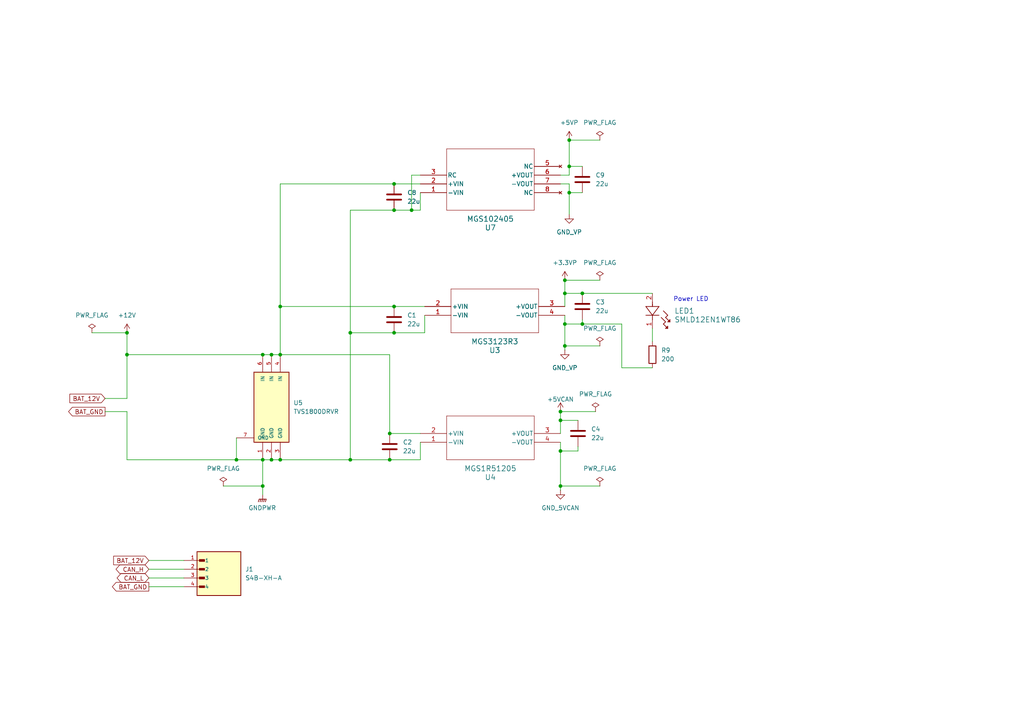
<source format=kicad_sch>
(kicad_sch (version 20250114) (generator "eeschema") (generator_version "9.0")
  (paper "A4")
  (title_block (title "CAN Isolation_Power Board") (date "2025-09-09") (rev "Ver.1.0") (company "ISHI-Kai"))
  (lib_symbols
    (symbol "Device:C" (pin_numbers (hide yes)) (pin_names (offset 0.254))
      (property "Reference" "C" (at 0.635 2.54 0))
      (property "Value" "C" (at 0.635 -2.54 0))
      (symbol "C_0_1"
        (polyline (pts (xy -2.032 0.762) (xy 2.032 0.762)) (stroke (width 0.508)))
        (polyline (pts (xy -2.032 -0.762) (xy 2.032 -0.762)) (stroke (width 0.508)))
      )
      (symbol "C_1_1"
        (pin passive line (at 0 3.81 270) (length 2.794) (name "~") (number "1"))
        (pin passive line (at 0 -3.81 90) (length 2.794) (name "~") (number "2"))
      )
    )
    (symbol "Device:R" (pin_numbers (hide yes)) (pin_names (offset 0))
      (property "Reference" "R" (at 2.032 0 90))
      (property "Value" "R" (at 0 0 90))
      (symbol "R_0_1"
        (rectangle (start -1.016 -2.54) (end 1.016 2.54) (stroke (width 0.254)))
      )
      (symbol "R_1_1"
        (pin passive line (at 0 3.81 270) (length 1.27) (name "~") (number "1"))
        (pin passive line (at 0 -3.81 90) (length 1.27) (name "~") (number "2"))
      )
    )
    (symbol "MGS102405:MGS102405" (pin_names (offset 0.254))
      (property "Reference" "U" (at 20.32 10.16 0))
      (property "Value" "MGS102405" (at 20.32 7.62 0))
      (symbol "MGS102405_0_1"
        (polyline (pts (xy 7.62 5.08) (xy 7.62 -12.7)) (stroke (width 0.127)))
        (polyline (pts (xy 7.62 -12.7) (xy 33.02 -12.7)) (stroke (width 0.127)))
        (polyline (pts (xy 33.02 5.08) (xy 7.62 5.08)) (stroke (width 0.127)))
        (polyline (pts (xy 33.02 -12.7) (xy 33.02 5.08)) (stroke (width 0.127)))
        (pin power_in line (at 0 0 0) (length 7.62) (name "-VIN") (number "1"))
        (pin power_in line (at 0 -2.54 0) (length 7.62) (name "+VIN") (number "2"))
        (pin unspecified line (at 0 -5.08 0) (length 7.62) (name "RC") (number "3"))
        (pin no_connect line (at 40.64 0 180) (length 7.62) (name "NC") (number "8"))
        (pin output line (at 40.64 -2.54 180) (length 7.62) (name "-VOUT") (number "7"))
        (pin output line (at 40.64 -5.08 180) (length 7.62) (name "+VOUT") (number "6"))
        (pin no_connect line (at 40.64 -7.62 180) (length 7.62) (name "NC") (number "5"))
      )
    )
    (symbol "MGS3_COS:MGS3123R3" (pin_names (offset 0.254))
      (property "Reference" "U" (at 20.32 10.16 0))
      (property "Value" "MGS3123R3" (at 20.32 7.62 0))
      (symbol "MGS3123R3_0_1"
        (polyline (pts (xy 7.62 5.08) (xy 7.62 -7.62)) (stroke (width 0.127)))
        (polyline (pts (xy 7.62 -7.62) (xy 33.02 -7.62)) (stroke (width 0.127)))
        (polyline (pts (xy 33.02 5.08) (xy 7.62 5.08)) (stroke (width 0.127)))
        (polyline (pts (xy 33.02 -7.62) (xy 33.02 5.08)) (stroke (width 0.127)))
        (pin power_in line (at 0 0 0) (length 7.62) (name "-VIN") (number "1"))
        (pin power_in line (at 0 -2.54 0) (length 7.62) (name "+VIN") (number "2"))
        (pin output line (at 40.64 0 180) (length 7.62) (name "-VOUT") (number "4"))
        (pin output line (at 40.64 -2.54 180) (length 7.62) (name "+VOUT") (number "3"))
      )
    )
    (symbol "S4B-XH-A:S4B-XH-A" (pin_names (offset 1.016))
      (property "Reference" "J" (at -6.85 7.62 0))
      (property "Value" "S4B-XH-A" (at -6.35 -7.62 0))
      (symbol "S4B-XH-A_0_0"
        (rectangle (start -6.35 -5.08) (end 6.35 7.62) (stroke (width 0.254)) (fill (type background)))
        (rectangle (start -5.715 4.7625) (end -4.1275 5.3975) (stroke (width 0.1)) (fill (type outline)))
        (rectangle (start -5.715 2.2225) (end -4.1275 2.8575) (stroke (width 0.1)) (fill (type outline)))
        (rectangle (start -5.715 -0.3175) (end -4.1275 0.3175) (stroke (width 0.1)) (fill (type outline)))
        (rectangle (start -5.715 -2.8575) (end -4.1275 -2.2225) (stroke (width 0.1)) (fill (type outline)))
        (pin passive line (at -10.16 5.08 0) (length 5.08) (name "1") (number "1"))
        (pin passive line (at -10.16 2.54 0) (length 5.08) (name "2") (number "2"))
        (pin passive line (at -10.16 0 0) (length 5.08) (name "3") (number "3"))
        (pin passive line (at -10.16 -2.54 0) (length 5.08) (name "4") (number "4"))
      )
    )
    (symbol "SMLD12EN1WT86:SMLD12EN1WT86" (pin_names (offset 0.254))
      (property "Reference" "R" (at 5.08 -4.445 0))
      (property "Value" "SMLD12EN1WT86" (at 5.08 -7.62 0))
      (symbol "SMLD12EN1WT86_1_1"
        (polyline (pts (xy 2.54 0) (xy 3.4798 0)) (stroke (width 0.2032)))
        (polyline (pts (xy 3.175 0) (xy 3.81 0)) (stroke (width 0.2032)))
        (polyline (pts (xy 3.81 1.905) (xy 3.81 -1.905)) (stroke (width 0.2032)))
        (polyline (pts (xy 3.81 -1.905) (xy 6.35 0)) (stroke (width 0.2032)))
        (polyline (pts (xy 5.08 3.175) (xy 6.35 4.445)) (stroke (width 0.2032)))
        (polyline (pts (xy 6.35 4.445) (xy 6.985 3.81)) (stroke (width 0.2032)))
        (polyline (pts (xy 6.35 0) (xy 3.81 1.905)) (stroke (width 0.2032)))
        (polyline (pts (xy 6.35 0) (xy 7.62 0)) (stroke (width 0.2032)))
        (polyline (pts (xy 6.35 -1.905) (xy 6.35 1.905)) (stroke (width 0.2032)))
        (polyline (pts (xy 6.985 3.81) (xy 8.255 5.08)) (stroke (width 0.2032)))
        (polyline (pts (xy 6.985 2.54) (xy 8.255 3.81)) (stroke (width 0.2032)))
        (polyline (pts (xy 7.62 5.08) (xy 8.255 4.445)) (stroke (width 0.2032)))
        (polyline (pts (xy 8.255 5.08) (xy 7.62 5.08)) (stroke (width 0.2032)))
        (polyline (pts (xy 8.255 4.445) (xy 8.255 5.08)) (stroke (width 0.2032)))
        (polyline (pts (xy 8.255 3.81) (xy 8.89 3.175)) (stroke (width 0.2032)))
        (polyline (pts (xy 8.89 3.175) (xy 10.16 4.445)) (stroke (width 0.2032)))
        (polyline (pts (xy 9.525 4.445) (xy 10.16 3.81)) (stroke (width 0.2032)))
        (polyline (pts (xy 10.16 4.445) (xy 9.525 4.445)) (stroke (width 0.2032)))
        (polyline (pts (xy 10.16 3.81) (xy 10.16 4.445)) (stroke (width 0.2032)))
        (pin unspecified line (at 0 0 0) (length 2.54) (name "") (number "2"))
        (pin unspecified line (at 10.16 0 180) (length 2.54) (name "") (number "1"))
      )
      (symbol "SMLD12EN1WT86_1_2"
        (polyline (pts (xy -5.08 8.255) (xy -5.08 7.62)) (stroke (width 0.2032)))
        (polyline (pts (xy -5.08 7.62) (xy -4.445 8.255)) (stroke (width 0.2032)))
        (polyline (pts (xy -4.445 10.16) (xy -4.445 9.525)) (stroke (width 0.2032)))
        (polyline (pts (xy -4.445 9.525) (xy -3.81 10.16)) (stroke (width 0.2032)))
        (polyline (pts (xy -4.445 8.255) (xy -5.08 8.255)) (stroke (width 0.2032)))
        (polyline (pts (xy -4.445 6.35) (xy -3.81 6.985)) (stroke (width 0.2032)))
        (polyline (pts (xy -3.81 10.16) (xy -4.445 10.16)) (stroke (width 0.2032)))
        (polyline (pts (xy -3.81 8.255) (xy -3.175 8.89)) (stroke (width 0.2032)))
        (polyline (pts (xy -3.81 6.985) (xy -5.08 8.255)) (stroke (width 0.2032)))
        (polyline (pts (xy -3.175 8.89) (xy -4.445 10.16)) (stroke (width 0.2032)))
        (polyline (pts (xy -3.175 5.08) (xy -4.445 6.35)) (stroke (width 0.2032)))
        (polyline (pts (xy -2.54 6.985) (xy -3.81 8.255)) (stroke (width 0.2032)))
        (polyline (pts (xy -1.905 3.81) (xy 1.905 3.81)) (stroke (width 0.2032)))
        (polyline (pts (xy 0 6.35) (xy -1.905 3.81)) (stroke (width 0.2032)))
        (polyline (pts (xy 0 6.35) (xy 0 7.62)) (stroke (width 0.2032)))
        (polyline (pts (xy 0 3.175) (xy 0 3.81)) (stroke (width 0.2032)))
        (polyline (pts (xy 0 2.54) (xy 0 3.4798)) (stroke (width 0.2032)))
        (polyline (pts (xy 1.905 6.35) (xy -1.905 6.35)) (stroke (width 0.2032)))
        (polyline (pts (xy 1.905 3.81) (xy 0 6.35)) (stroke (width 0.2032)))
        (pin unspecified line (at 0 10.16 270) (length 2.54) (name "") (number "1"))
        (pin unspecified line (at 0 0 90) (length 2.54) (name "") (number "2"))
      )
    )
    (symbol "TVS3300DRVR:TVS3300DRVR" (pin_names (offset 1.016))
      (property "Reference" "U5" (at -1.2701 6.35 90))
      (property "Value" "TVS3300DRVR" (at 1.2699 6.35 90))
      (symbol "TVS3300DRVR_0_0"
        (rectangle (start -10.16 -5.08) (end 10.16 5.08) (stroke (width 0.254)) (fill (type background)))
        (pin input line (at -15.24 2.54 0) (length 5.08) (name "IN") (number "4"))
        (pin power_in line (at 15.24 -2.54 180) (length 5.08) (name "GND") (number "1"))
      )
      (symbol "TVS3300DRVR_1_0"
        (pin input line (at -15.24 0 0) (length 5.08) (name "IN") (number "5"))
        (pin input line (at -15.24 -2.54 0) (length 5.08) (name "IN") (number "6"))
        (pin power_in line (at 8.89 -10.16 90) (length 5.08) (name "GND") (number "7"))
        (pin power_in line (at 15.24 2.54 180) (length 5.08) (name "GND") (number "3"))
        (pin power_in line (at 15.24 0 180) (length 5.08) (name "GND") (number "2"))
      )
    )
    (symbol "power:+12V" (power) (pin_numbers (hide yes)) (pin_names (offset 0) (hide yes))
      (property "Value" "+12V" (at 0 3.556 0))
      (symbol "+12V_0_1"
        (polyline (pts (xy -0.762 1.27) (xy 0 2.54)))
        (polyline (pts (xy 0 2.54) (xy 0.762 1.27)))
        (polyline (pts (xy 0 0) (xy 0 2.54)))
      )
      (symbol "+12V_1_1"
        (pin power_in line (at 0 0 90) (length 0) (name "~") (number "1"))
      )
    )
    (symbol "power:+3.3VP" (power) (pin_numbers (hide yes)) (pin_names (offset 0) (hide yes))
      (property "Value" "+3.3VP" (at 0 3.556 0))
      (symbol "+3.3VP_0_0"
        (pin power_in line (at 0 0 90) (length 0) (name "~") (number "1"))
      )
      (symbol "+3.3VP_0_1"
        (polyline (pts (xy -0.762 1.27) (xy 0 2.54)))
        (polyline (pts (xy 0 2.54) (xy 0.762 1.27)))
        (polyline (pts (xy 0 0) (xy 0 2.54)))
      )
    )
    (symbol "power:+5C" (power) (pin_numbers (hide yes)) (pin_names (offset 0) (hide yes))
      (property "Value" "+5C" (at 0 3.556 0))
      (symbol "+5C_0_1"
        (polyline (pts (xy -0.762 1.27) (xy 0 2.54)))
        (polyline (pts (xy 0 2.54) (xy 0.762 1.27)))
        (polyline (pts (xy 0 0) (xy 0 2.54)))
      )
      (symbol "+5C_1_1"
        (pin power_in line (at 0 0 90) (length 0) (name "~") (number "1"))
      )
    )
    (symbol "power:+5VP" (power) (pin_numbers (hide yes)) (pin_names (offset 0) (hide yes))
      (property "Value" "+5VP" (at 0 3.556 0))
      (symbol "+5VP_0_1"
        (polyline (pts (xy -0.762 1.27) (xy 0 2.54)))
        (polyline (pts (xy 0 2.54) (xy 0.762 1.27)))
        (polyline (pts (xy 0 0) (xy 0 2.54)))
      )
      (symbol "+5VP_1_1"
        (pin power_in line (at 0 0 90) (length 0) (name "~") (number "1"))
      )
    )
    (symbol "power:GND1" (power) (pin_numbers (hide yes)) (pin_names (offset 0) (hide yes))
      (property "Value" "GND1" (at 0 -3.81 0))
      (symbol "GND1_0_1"
        (polyline (pts (xy 0 0) (xy 0 -1.27) (xy 1.27 -1.27) (xy 0 -2.54) (xy -1.27 -1.27) (xy 0 -1.27)))
      )
      (symbol "GND1_1_1"
        (pin power_in line (at 0 0 270) (length 0) (name "~") (number "1"))
      )
    )
    (symbol "power:GND2" (power) (pin_numbers (hide yes)) (pin_names (offset 0) (hide yes))
      (property "Value" "GND2" (at 0 -3.81 0))
      (symbol "GND2_0_1"
        (polyline (pts (xy 0 0) (xy 0 -1.27) (xy 1.27 -1.27) (xy 0 -2.54) (xy -1.27 -1.27) (xy 0 -1.27)))
      )
      (symbol "GND2_1_1"
        (pin power_in line (at 0 0 270) (length 0) (name "~") (number "1"))
      )
    )
    (symbol "power:GNDPWR" (power) (pin_numbers (hide yes)) (pin_names (offset 0) (hide yes))
      (property "Value" "GNDPWR" (at 0 -3.302 0))
      (symbol "GNDPWR_0_1"
        (polyline (pts (xy -1.016 -1.27) (xy -1.27 -2.032) (xy -1.27 -2.032)) (stroke (width 0.2032)))
        (polyline (pts (xy -0.508 -1.27) (xy -0.762 -2.032) (xy -0.762 -2.032)) (stroke (width 0.2032)))
        (polyline (pts (xy 0 -1.27) (xy 0 0)))
        (polyline (pts (xy 0 -1.27) (xy -0.254 -2.032) (xy -0.254 -2.032)) (stroke (width 0.2032)))
        (polyline (pts (xy 0.508 -1.27) (xy 0.254 -2.032) (xy 0.254 -2.032)) (stroke (width 0.2032)))
        (polyline (pts (xy 1.016 -1.27) (xy -1.016 -1.27) (xy -1.016 -1.27)) (stroke (width 0.2032)))
        (polyline (pts (xy 1.016 -1.27) (xy 0.762 -2.032) (xy 0.762 -2.032) (xy 0.762 -2.032)) (stroke (width 0.2032)))
      )
      (symbol "GNDPWR_1_1"
        (pin power_in line (at 0 0 270) (length 0) (name "~") (number "1"))
      )
    )
    (symbol "power:PWR_FLAG" (power) (pin_numbers (hide yes)) (pin_names (offset 0) (hide yes))
      (property "Value" "PWR_FLAG" (at 0 3.81 0))
      (symbol "PWR_FLAG_0_0"
        (pin power_out line (at 0 0 90) (length 0) (name "~") (number "1"))
      )
      (symbol "PWR_FLAG_0_1"
        (polyline (pts (xy 0 0) (xy 0 1.27) (xy -1.016 1.905) (xy 0 2.54) (xy 1.016 1.905) (xy 0 1.27)))
      )
    )
  )
  (text "Power LED" (at 200.406 86.868 0) (effects (font (size 1.27 1.27))))
  (junction (at 101.6 133.35))
  (junction (at 168.91 93.98))
  (junction (at 162.56 121.92))
  (junction (at 81.28 133.35))
  (junction (at 165.1 55.88))
  (junction (at 162.56 119.38))
  (junction (at 163.83 81.28))
  (junction (at 168.91 85.09))
  (junction (at 114.3 60.96))
  (junction (at 68.58 133.35))
  (junction (at 163.83 85.09))
  (junction (at 165.1 48.26))
  (junction (at 101.6 96.52))
  (junction (at 114.3 88.9))
  (junction (at 165.1 40.64))
  (junction (at 119.38 60.96))
  (junction (at 114.3 96.52))
  (junction (at 36.83 102.87))
  (junction (at 113.03 133.35))
  (junction (at 76.2 102.87))
  (junction (at 163.83 93.98))
  (junction (at 78.74 133.35))
  (junction (at 76.2 133.35))
  (junction (at 162.56 140.97))
  (junction (at 81.28 102.87))
  (junction (at 81.28 88.9))
  (junction (at 78.74 102.87))
  (junction (at 162.56 130.81))
  (junction (at 163.83 100.33))
  (junction (at 114.3 53.34))
  (junction (at 36.83 96.52))
  (junction (at 113.03 125.73))
  (junction (at 76.2 140.97))
  (wire (pts (xy 123.19 96.52) (xy 114.3 96.52)))
  (wire (pts (xy 119.38 50.8) (xy 119.38 60.96)))
  (wire (pts (xy 162.56 128.27) (xy 162.56 130.81)))
  (wire (pts (xy 76.2 102.87) (xy 78.74 102.87)))
  (wire (pts (xy 121.92 50.8) (xy 119.38 50.8)))
  (wire (pts (xy 165.1 55.88) (xy 165.1 62.23)))
  (wire (pts (xy 121.92 60.96) (xy 119.38 60.96)))
  (wire (pts (xy 165.1 55.88) (xy 168.91 55.88)))
  (wire (pts (xy 113.03 125.73) (xy 121.92 125.73)))
  (wire (pts (xy 163.83 100.33) (xy 173.99 100.33)))
  (wire (pts (xy 168.91 85.09) (xy 189.23 85.09)))
  (wire (pts (xy 81.28 88.9) (xy 81.28 102.87)))
  (wire (pts (xy 168.91 92.71) (xy 168.91 93.98)))
  (wire (pts (xy 101.6 96.52) (xy 101.6 133.35)))
  (wire (pts (xy 30.48 115.57) (xy 36.83 115.57)))
  (wire (pts (xy 114.3 88.9) (xy 123.19 88.9)))
  (wire (pts (xy 78.74 133.35) (xy 81.28 133.35)))
  (wire (pts (xy 43.18 167.64) (xy 53.34 167.64)))
  (wire (pts (xy 162.56 140.97) (xy 173.99 140.97)))
  (wire (pts (xy 36.83 115.57) (xy 36.83 102.87)))
  (wire (pts (xy 36.83 102.87) (xy 76.2 102.87)))
  (wire (pts (xy 119.38 60.96) (xy 114.3 60.96)))
  (wire (pts (xy 68.58 133.35) (xy 76.2 133.35)))
  (wire (pts (xy 114.3 88.9) (xy 81.28 88.9)))
  (wire (pts (xy 101.6 133.35) (xy 113.03 133.35)))
  (wire (pts (xy 36.83 96.52) (xy 36.83 102.87)))
  (wire (pts (xy 163.83 91.44) (xy 163.83 93.98)))
  (wire (pts (xy 165.1 48.26) (xy 168.91 48.26)))
  (wire (pts (xy 163.83 93.98) (xy 163.83 100.33)))
  (wire (pts (xy 121.92 128.27) (xy 121.92 133.35)))
  (wire (pts (xy 81.28 133.35) (xy 101.6 133.35)))
  (wire (pts (xy 162.56 130.81) (xy 167.64 130.81)))
  (wire (pts (xy 76.2 133.35) (xy 78.74 133.35)))
  (wire (pts (xy 180.34 93.98) (xy 168.91 93.98)))
  (wire (pts (xy 121.92 133.35) (xy 113.03 133.35)))
  (wire (pts (xy 162.56 125.73) (xy 162.56 121.92)))
  (wire (pts (xy 64.77 140.97) (xy 76.2 140.97)))
  (wire (pts (xy 162.56 130.81) (xy 162.56 140.97)))
  (wire (pts (xy 162.56 53.34) (xy 165.1 53.34)))
  (wire (pts (xy 113.03 102.87) (xy 113.03 125.73)))
  (wire (pts (xy 43.18 170.18) (xy 53.34 170.18)))
  (wire (pts (xy 76.2 140.97) (xy 76.2 143.51)))
  (wire (pts (xy 76.2 133.35) (xy 76.2 140.97)))
  (wire (pts (xy 43.18 162.56) (xy 53.34 162.56)))
  (wire (pts (xy 163.83 101.6) (xy 163.83 100.33)))
  (wire (pts (xy 78.74 102.87) (xy 81.28 102.87)))
  (wire (pts (xy 113.03 102.87) (xy 81.28 102.87)))
  (wire (pts (xy 180.34 106.68) (xy 180.34 93.98)))
  (wire (pts (xy 162.56 50.8) (xy 165.1 50.8)))
  (wire (pts (xy 123.19 91.44) (xy 123.19 96.52)))
  (wire (pts (xy 81.28 53.34) (xy 114.3 53.34)))
  (wire (pts (xy 165.1 40.64) (xy 173.99 40.64)))
  (wire (pts (xy 162.56 121.92) (xy 167.64 121.92)))
  (wire (pts (xy 165.1 53.34) (xy 165.1 55.88)))
  (wire (pts (xy 162.56 119.38) (xy 162.56 121.92)))
  (wire (pts (xy 189.23 106.68) (xy 180.34 106.68)))
  (wire (pts (xy 165.1 40.64) (xy 165.1 48.26)))
  (wire (pts (xy 189.23 95.25) (xy 189.23 99.06)))
  (wire (pts (xy 101.6 60.96) (xy 114.3 60.96)))
  (wire (pts (xy 163.83 93.98) (xy 168.91 93.98)))
  (wire (pts (xy 163.83 81.28) (xy 163.83 85.09)))
  (wire (pts (xy 36.83 119.38) (xy 36.83 133.35)))
  (wire (pts (xy 101.6 96.52) (xy 114.3 96.52)))
  (wire (pts (xy 36.83 133.35) (xy 68.58 133.35)))
  (wire (pts (xy 101.6 60.96) (xy 101.6 96.52)))
  (wire (pts (xy 163.83 85.09) (xy 168.91 85.09)))
  (wire (pts (xy 81.28 53.34) (xy 81.28 88.9)))
  (wire (pts (xy 162.56 140.97) (xy 162.56 142.24)))
  (wire (pts (xy 43.18 165.1) (xy 53.34 165.1)))
  (wire (pts (xy 114.3 53.34) (xy 121.92 53.34)))
  (wire (pts (xy 68.58 127) (xy 68.58 133.35)))
  (wire (pts (xy 167.64 129.54) (xy 167.64 130.81)))
  (wire (pts (xy 165.1 50.8) (xy 165.1 48.26)))
  (wire (pts (xy 163.83 88.9) (xy 163.83 85.09)))
  (wire (pts (xy 26.67 96.52) (xy 36.83 96.52)))
  (wire (pts (xy 163.83 81.28) (xy 173.99 81.28)))
  (wire (pts (xy 162.56 119.38) (xy 172.72 119.38)))
  (wire (pts (xy 121.92 55.88) (xy 121.92 60.96)))
  (wire (pts (xy 30.48 119.38) (xy 36.83 119.38)))
  (global_label "CAN_H" (shape bidirectional) (at 43.18 165.1 180) (property "Intersheetrefs" "${INTERSHEET_REFS}" (effects (hide yes))))
  (global_label "BAT_GND" (shape output) (at 43.18 170.18 180) (property "Intersheetrefs" "${INTERSHEET_REFS}" (effects (hide yes))))
  (global_label "CAN_L" (shape bidirectional) (at 43.18 167.64 180) (property "Intersheetrefs" "${INTERSHEET_REFS}" (effects (hide yes))))
  (global_label "BAT_12V" (shape input) (at 30.48 115.57 180) (property "Intersheetrefs" "${INTERSHEET_REFS}" (effects (hide yes))))
  (global_label "BAT_12V" (shape input) (at 43.18 162.56 180) (property "Intersheetrefs" "${INTERSHEET_REFS}" (effects (hide yes))))
  (global_label "BAT_GND" (shape output) (at 30.48 119.38 180) (property "Intersheetrefs" "${INTERSHEET_REFS}" (effects (hide yes))))
  (symbol (lib_id "power:PWR_FLAG") (at 172.72 119.38 0) (unit 1)
    (property "Reference" "#FLG03" (effects (hide yes)))
    (property "Value" "PWR_FLAG" (at 172.72 114.3 0))
    (property "Description" "Special symbol for telling ERC where power comes from" (effects (hide yes)))
  )
  (symbol (lib_id "power:GND2") (at 162.56 142.24 0) (unit 1)
    (property "Reference" "#PWR09" (effects (hide yes)))
    (property "Value" "GND_5VCAN" (at 162.56 147.32 0))
    (property "Description" "Power symbol creates a global label with name \"GND2\" , ground" (effects (hide yes)))
  )
  (symbol (lib_id "power:GND1") (at 165.1 62.23 0) (unit 1)
    (property "Reference" "#PWR019" (effects (hide yes)))
    (property "Value" "GND_VP" (at 165.1 67.31 0))
    (property "Description" "Power symbol creates a global label with name \"GND1\" , ground" (effects (hide yes)))
  )
  (symbol (lib_id "MGS102405:MGS102405") (at 121.92 55.88 0) (mirror x) (unit 1)
    (property "Reference" "U7" (at 142.24 66.04 0) (effects (font (size 1.524 1.524))))
    (property "Value" "MGS102405" (at 142.24 63.5 0) (effects (font (size 1.524 1.524))))
    (property "Footprint" "CAN_Isolation:SIP7_MGS10_COS" (effects (hide yes)))
    (property "Datasheet" "MGS102405" (effects (hide yes)))
  )
  (symbol (lib_id "power:PWR_FLAG") (at 64.77 140.97 0) (unit 1)
    (property "Reference" "#FLG05" (effects (hide yes)))
    (property "Value" "PWR_FLAG" (at 64.77 135.89 0))
    (property "Description" "Special symbol for telling ERC where power comes from" (effects (hide yes)))
  )
  (symbol (lib_id "power:+3.3VP") (at 163.83 81.28 0) (unit 1)
    (property "Reference" "#PWR05" (effects (hide yes)))
    (property "Value" "+3.3VP" (at 163.83 76.2 0))
    (property "Description" "Power symbol creates a global label with name \"+3.3VP\"" (effects (hide yes)))
  )
  (symbol (lib_id "SMLD12EN1WT86:SMLD12EN1WT86") (at 189.23 85.09 270) (unit 1)
    (property "Reference" "LED1" (at 195.58 90.1699 90) (effects (font (size 1.524 1.524)) (justify left)))
    (property "Value" "SMLD12EN1WT86" (at 195.58 92.7099 90) (effects (font (size 1.524 1.524)) (justify left)))
    (property "Footprint" "CAN_Isolation:SMLD12EN1WT86" (effects (hide yes)))
    (property "Datasheet" "SMLD12EN1WT86" (effects (hide yes)))
  )
  (symbol (lib_id "MGS3_COS:MGS3123R3") (at 123.19 91.44 0) (mirror x) (unit 1)
    (property "Reference" "U3" (at 143.51 101.6 0) (effects (font (size 1.524 1.524))))
    (property "Value" "MGS3123R3" (at 143.51 99.06 0) (effects (font (size 1.524 1.524))))
    (property "Footprint" "CAN_Isolation:MGS3_COS" (effects (hide yes)))
    (property "Datasheet" "MGS3123R3" (effects (hide yes)))
  )
  (symbol (lib_id "Device:C") (at 168.91 88.9 0) (unit 1)
    (property "Reference" "C3" (at 172.72 87.6299 0) (effects (justify left)))
    (property "Value" "22u" (at 172.72 90.1699 0) (effects (justify left)))
    (property "Footprint" "Capacitor_SMD:C_1210_3225Metric" (effects (hide yes)))
    (property "Description" "Unpolarized capacitor" (effects (hide yes)))
  )
  (symbol (lib_id "TVS3300DRVR:TVS3300DRVR") (at 78.74 118.11 270) (unit 1)
    (property "Reference" "U5" (at 85.09 116.8399 90) (effects (justify left)))
    (property "Value" "TVS1800DRVR" (at 85.09 119.3799 90) (effects (justify left)))
    (property "Footprint" "CAN_Isolation:SON65P200X200X80-7N" (effects (hide yes)))
    (property "PARTREV" "C" (effects (hide yes)))
    (property "MANUFACTURER" "Texas Instruments" (effects (hide yes)))
    (property "MAXIMUM_PACKAGE_HEIGHT" "0.8 mm" (effects (hide yes)))
    (property "STANDARD" "IPC 7351B" (effects (hide yes)))
  )
  (symbol (lib_id "power:GNDPWR") (at 76.2 143.51 0) (unit 1)
    (property "Reference" "#PWR07" (effects (hide yes)))
    (property "Value" "GNDPWR" (at 76.073 147.32 0))
    (property "Description" "Power symbol creates a global label with name \"GNDPWR\" , global ground" (effects (hide yes)))
  )
  (symbol (lib_id "power:+12V") (at 36.83 96.52 0) (unit 1)
    (property "Reference" "#PWR01" (effects (hide yes)))
    (property "Value" "+12V" (at 36.83 91.44 0))
    (property "Description" "Power symbol creates a global label with name \"+12V\"" (effects (hide yes)))
  )
  (symbol (lib_id "Device:C") (at 114.3 92.71 0) (unit 1)
    (property "Reference" "C1" (at 118.11 91.4399 0) (effects (justify left)))
    (property "Value" "22u" (at 118.11 93.9799 0) (effects (justify left)))
    (property "Footprint" "Capacitor_SMD:C_1210_3225Metric" (effects (hide yes)))
    (property "Description" "Unpolarized capacitor" (effects (hide yes)))
  )
  (symbol (lib_id "Device:R") (at 189.23 102.87 0) (unit 1)
    (property "Reference" "R9" (at 191.77 101.5999 0) (effects (justify left)))
    (property "Value" "200" (at 191.77 104.1399 0) (effects (justify left)))
    (property "Footprint" "Resistor_SMD:R_0603_1608Metric" (effects (hide yes)))
    (property "Description" "Resistor" (effects (hide yes)))
  )
  (symbol (lib_id "power:+5VP") (at 165.1 40.64 0) (unit 1)
    (property "Reference" "#PWR018" (effects (hide yes)))
    (property "Value" "+5VP" (at 165.1 35.56 0))
    (property "Description" "Power symbol creates a global label with name \"+5VP\"" (effects (hide yes)))
  )
  (symbol (lib_id "power:+5C") (at 162.56 119.38 0) (unit 1)
    (property "Reference" "#PWR03" (effects (hide yes)))
    (property "Value" "+5VCAN" (at 162.56 115.824 0))
    (property "Description" "Power symbol creates a global label with name \"+5C\"" (effects (hide yes)))
  )
  (symbol (lib_id "power:PWR_FLAG") (at 173.99 100.33 0) (unit 1)
    (property "Reference" "#FLG07" (effects (hide yes)))
    (property "Value" "PWR_FLAG" (at 173.99 95.25 0))
    (property "Description" "Special symbol for telling ERC where power comes from" (effects (hide yes)))
  )
  (symbol (lib_id "S4B-XH-A:S4B-XH-A") (at 63.5 167.64 0) (unit 1)
    (property "Reference" "J1" (at 71.12 165.0999 0) (effects (justify left)))
    (property "Value" "S4B-XH-A" (at 71.12 167.6399 0) (effects (justify left)))
    (property "Footprint" "CAN_Isolation:JST_S4B-XH-A" (effects (hide yes)))
    (property "MANUFACTURER" "JST" (effects (hide yes)))
  )
  (symbol (lib_id "power:PWR_FLAG") (at 173.99 140.97 0) (unit 1)
    (property "Reference" "#FLG06" (effects (hide yes)))
    (property "Value" "PWR_FLAG" (at 173.99 135.89 0))
    (property "Description" "Special symbol for telling ERC where power comes from" (effects (hide yes)))
  )
  (symbol (lib_id "Device:C") (at 168.91 52.07 0) (unit 1)
    (property "Reference" "C9" (at 172.72 50.7999 0) (effects (justify left)))
    (property "Value" "22u" (at 172.72 53.3399 0) (effects (justify left)))
    (property "Footprint" "Capacitor_SMD:C_1210_3225Metric" (effects (hide yes)))
    (property "Description" "Unpolarized capacitor" (effects (hide yes)))
  )
  (symbol (lib_id "power:PWR_FLAG") (at 26.67 96.52 0) (unit 1)
    (property "Reference" "#FLG04" (effects (hide yes)))
    (property "Value" "PWR_FLAG" (at 26.67 91.44 0))
    (property "Description" "Special symbol for telling ERC where power comes from" (effects (hide yes)))
  )
  (symbol (lib_id "MGS3_COS:MGS3123R3") (at 121.92 128.27 0) (mirror x) (unit 1)
    (property "Reference" "U4" (at 142.24 138.43 0) (effects (font (size 1.524 1.524))))
    (property "Value" "MGS1R51205" (at 142.24 135.89 0) (effects (font (size 1.524 1.524))))
    (property "Footprint" "CAN_Isolation:MGS3_COS" (effects (hide yes)))
    (property "Datasheet" "MGS3123R3" (effects (hide yes)))
  )
  (symbol (lib_id "Device:C") (at 114.3 57.15 0) (unit 1)
    (property "Reference" "C8" (at 118.11 55.8799 0) (effects (justify left)))
    (property "Value" "22u" (at 118.11 58.4199 0) (effects (justify left)))
    (property "Footprint" "Capacitor_SMD:C_1210_3225Metric" (effects (hide yes)))
    (property "Description" "Unpolarized capacitor" (effects (hide yes)))
  )
  (symbol (lib_id "power:PWR_FLAG") (at 173.99 40.64 0) (unit 1)
    (property "Reference" "#FLG01" (effects (hide yes)))
    (property "Value" "PWR_FLAG" (at 173.99 35.56 0))
    (property "Description" "Special symbol for telling ERC where power comes from" (effects (hide yes)))
  )
  (symbol (lib_id "power:PWR_FLAG") (at 173.99 81.28 0) (unit 1)
    (property "Reference" "#FLG02" (effects (hide yes)))
    (property "Value" "PWR_FLAG" (at 173.99 76.2 0))
    (property "Description" "Special symbol for telling ERC where power comes from" (effects (hide yes)))
  )
  (symbol (lib_id "Device:C") (at 113.03 129.54 0) (unit 1)
    (property "Reference" "C2" (at 116.84 128.2699 0) (effects (justify left)))
    (property "Value" "22u" (at 116.84 130.8099 0) (effects (justify left)))
    (property "Footprint" "Capacitor_SMD:C_1210_3225Metric" (effects (hide yes)))
    (property "Description" "Unpolarized capacitor" (effects (hide yes)))
  )
  (symbol (lib_id "Device:C") (at 167.64 125.73 0) (unit 1)
    (property "Reference" "C4" (at 171.45 124.4599 0) (effects (justify left)))
    (property "Value" "22u" (at 171.45 126.9999 0) (effects (justify left)))
    (property "Footprint" "Capacitor_SMD:C_1210_3225Metric" (effects (hide yes)))
    (property "Description" "Unpolarized capacitor" (effects (hide yes)))
  )
  (symbol (lib_id "power:GND1") (at 163.83 101.6 0) (unit 1)
    (property "Reference" "#PWR08" (effects (hide yes)))
    (property "Value" "GND_VP" (at 163.83 106.68 0))
    (property "Description" "Power symbol creates a global label with name \"GND1\" , ground" (effects (hide yes)))
  )
)
</source>
